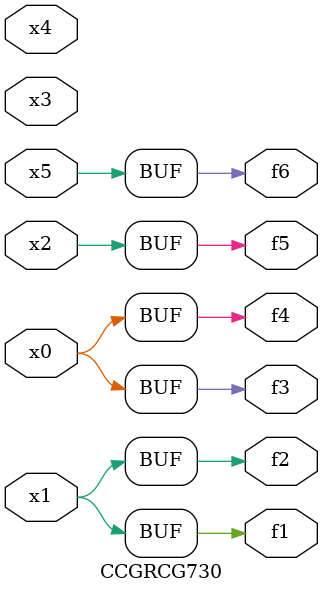
<source format=v>
module CCGRCG730(
	input x0, x1, x2, x3, x4, x5,
	output f1, f2, f3, f4, f5, f6
);
	assign f1 = x1;
	assign f2 = x1;
	assign f3 = x0;
	assign f4 = x0;
	assign f5 = x2;
	assign f6 = x5;
endmodule

</source>
